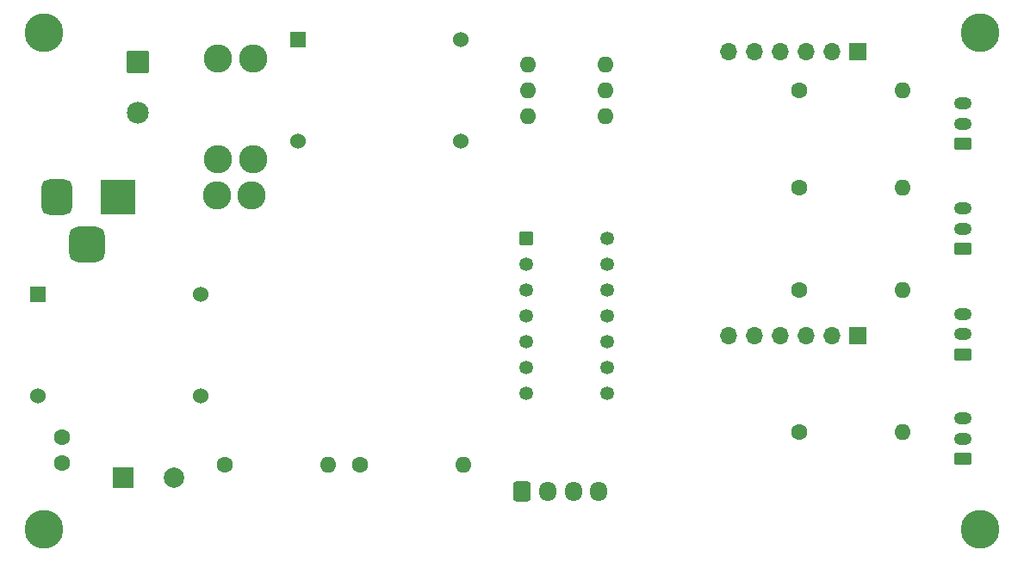
<source format=gbr>
%TF.GenerationSoftware,KiCad,Pcbnew,8.0.8*%
%TF.CreationDate,2025-02-20T16:12:13-05:00*%
%TF.ProjectId,ESP32_SMD,45535033-325f-4534-9d44-2e6b69636164,rev?*%
%TF.SameCoordinates,Original*%
%TF.FileFunction,Soldermask,Bot*%
%TF.FilePolarity,Negative*%
%FSLAX46Y46*%
G04 Gerber Fmt 4.6, Leading zero omitted, Abs format (unit mm)*
G04 Created by KiCad (PCBNEW 8.0.8) date 2025-02-20 16:12:13*
%MOMM*%
%LPD*%
G01*
G04 APERTURE LIST*
G04 Aperture macros list*
%AMRoundRect*
0 Rectangle with rounded corners*
0 $1 Rounding radius*
0 $2 $3 $4 $5 $6 $7 $8 $9 X,Y pos of 4 corners*
0 Add a 4 corners polygon primitive as box body*
4,1,4,$2,$3,$4,$5,$6,$7,$8,$9,$2,$3,0*
0 Add four circle primitives for the rounded corners*
1,1,$1+$1,$2,$3*
1,1,$1+$1,$4,$5*
1,1,$1+$1,$6,$7*
1,1,$1+$1,$8,$9*
0 Add four rect primitives between the rounded corners*
20,1,$1+$1,$2,$3,$4,$5,0*
20,1,$1+$1,$4,$5,$6,$7,0*
20,1,$1+$1,$6,$7,$8,$9,0*
20,1,$1+$1,$8,$9,$2,$3,0*%
G04 Aperture macros list end*
%ADD10C,3.800000*%
%ADD11C,1.600000*%
%ADD12O,1.600000X1.600000*%
%ADD13RoundRect,0.250000X-0.600000X-0.725000X0.600000X-0.725000X0.600000X0.725000X-0.600000X0.725000X0*%
%ADD14O,1.700000X1.950000*%
%ADD15R,1.524000X1.524000*%
%ADD16C,1.524000*%
%ADD17RoundRect,0.250000X0.625000X-0.350000X0.625000X0.350000X-0.625000X0.350000X-0.625000X-0.350000X0*%
%ADD18O,1.750000X1.200000*%
%ADD19RoundRect,0.102000X-0.570000X-0.570000X0.570000X-0.570000X0.570000X0.570000X-0.570000X0.570000X0*%
%ADD20C,1.344000*%
%ADD21R,3.500000X3.500000*%
%ADD22RoundRect,0.750000X-0.750000X-1.000000X0.750000X-1.000000X0.750000X1.000000X-0.750000X1.000000X0*%
%ADD23RoundRect,0.875000X-0.875000X-0.875000X0.875000X-0.875000X0.875000X0.875000X-0.875000X0.875000X0*%
%ADD24C,2.780000*%
%ADD25R,1.700000X1.700000*%
%ADD26O,1.700000X1.700000*%
%ADD27C,2.154000*%
%ADD28RoundRect,0.102000X-0.975000X0.975000X-0.975000X-0.975000X0.975000X-0.975000X0.975000X0.975000X0*%
%ADD29R,2.000000X2.000000*%
%ADD30C,2.000000*%
G04 APERTURE END LIST*
D10*
%TO.C,H4*%
X29210000Y-83185000D03*
%TD*%
%TO.C,H3*%
X121285000Y-83185000D03*
%TD*%
%TO.C,H2*%
X29210000Y-34300000D03*
%TD*%
%TO.C,H1*%
X121285000Y-34300000D03*
%TD*%
D11*
%TO.C,R6*%
X60325000Y-76835000D03*
D12*
X70485000Y-76835000D03*
%TD*%
D13*
%TO.C,J11*%
X76260000Y-79485000D03*
D14*
X78760000Y-79485000D03*
X81260000Y-79485000D03*
X83760000Y-79485000D03*
%TD*%
D11*
%TO.C,C2*%
X30988000Y-74168000D03*
X30988000Y-76668000D03*
%TD*%
%TO.C,R2*%
X103505000Y-49610000D03*
D12*
X113665000Y-49610000D03*
%TD*%
D15*
%TO.C,J10*%
X28625000Y-60050000D03*
D16*
X28625000Y-70050000D03*
X44625000Y-60050000D03*
X44625000Y-70050000D03*
%TD*%
D11*
%TO.C,R1*%
X103505000Y-40005000D03*
D12*
X113665000Y-40005000D03*
%TD*%
D17*
%TO.C,J3*%
X119550000Y-45283300D03*
D18*
X119550000Y-43283300D03*
X119550000Y-41283300D03*
%TD*%
D11*
%TO.C,R5*%
X46990000Y-76835000D03*
D12*
X57150000Y-76835000D03*
%TD*%
D17*
%TO.C,J5*%
X119550000Y-66000000D03*
D18*
X119550000Y-64000000D03*
X119550000Y-62000000D03*
%TD*%
D19*
%TO.C,U4*%
X76675000Y-54610000D03*
D20*
X76675000Y-57150000D03*
X76675000Y-59690000D03*
X76675000Y-62230000D03*
X76675000Y-64770000D03*
X76675000Y-67310000D03*
X76675000Y-69850000D03*
X84615000Y-69850000D03*
X84615000Y-67310000D03*
X84615000Y-64770000D03*
X84615000Y-62230000D03*
X84615000Y-59690000D03*
X84615000Y-57150000D03*
X84615000Y-54610000D03*
%TD*%
D11*
%TO.C,R4*%
X103505000Y-73660000D03*
D12*
X113665000Y-73660000D03*
%TD*%
D15*
%TO.C,J1*%
X54230000Y-35005000D03*
D16*
X54230000Y-45005000D03*
X70230000Y-35005000D03*
X70230000Y-45005000D03*
%TD*%
D21*
%TO.C,J9*%
X36480000Y-50477500D03*
D22*
X30480000Y-50477500D03*
D23*
X33480000Y-55177500D03*
%TD*%
D17*
%TO.C,J6*%
X119550000Y-76283300D03*
D18*
X119550000Y-74283300D03*
X119550000Y-72283300D03*
%TD*%
D12*
%TO.C,U3*%
X84455000Y-42545000D03*
X84455000Y-40005000D03*
X84455000Y-37465000D03*
X76835000Y-37465000D03*
X76835000Y-40005000D03*
X76835000Y-42545000D03*
%TD*%
D24*
%TO.C,F1*%
X49769500Y-36861000D03*
X46369500Y-36861000D03*
X49769500Y-46781000D03*
X46369500Y-46781000D03*
X49669500Y-50361000D03*
X46269500Y-50361000D03*
%TD*%
D25*
%TO.C,J8*%
X109220000Y-36195000D03*
D26*
X106680000Y-36195000D03*
X104140000Y-36195000D03*
X101600000Y-36195000D03*
X99060000Y-36195000D03*
X96520000Y-36195000D03*
%TD*%
D11*
%TO.C,R3*%
X103505000Y-59690000D03*
D12*
X113665000Y-59690000D03*
%TD*%
D17*
%TO.C,J4*%
X119550000Y-55616700D03*
D18*
X119550000Y-53616700D03*
X119550000Y-51616700D03*
%TD*%
D27*
%TO.C,J7*%
X38480000Y-42212500D03*
D28*
X38480000Y-37212500D03*
%TD*%
D25*
%TO.C,J2*%
X109220000Y-64135000D03*
D26*
X106680000Y-64135000D03*
X104140000Y-64135000D03*
X101600000Y-64135000D03*
X99060000Y-64135000D03*
X96520000Y-64135000D03*
%TD*%
D29*
%TO.C,C1*%
X37002323Y-78105000D03*
D30*
X42002323Y-78105000D03*
%TD*%
M02*

</source>
